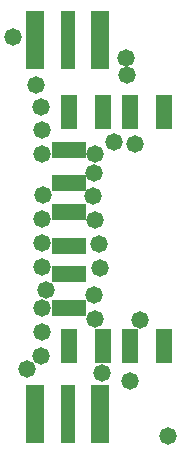
<source format=gbr>
%TF.GenerationSoftware,Altium Limited,Altium Designer,20.0.10 (225)*%
G04 Layer_Color=8388736*
%FSLAX26Y26*%
%MOIN*%
%TF.FileFunction,Soldermask,Top*%
%TF.Part,Single*%
G01*
G75*
%TA.AperFunction,SMDPad,CuDef*%
%ADD12R,0.062992X0.196850*%
%ADD13R,0.047244X0.196850*%
%TA.AperFunction,ViaPad*%
%ADD17C,0.058000*%
%TA.AperFunction,SMDPad,CuDef*%
%ADD20R,0.057213X0.114299*%
%ADD21R,0.114299X0.057213*%
D12*
X4101398Y4722047D02*
D03*
X3883287D02*
D03*
Y3474803D02*
D03*
X4101398D02*
D03*
D13*
X3992342Y4722047D02*
D03*
Y3474803D02*
D03*
D17*
X4185000Y4660000D02*
D03*
X3810000Y4730000D02*
D03*
X3885000Y4570000D02*
D03*
X3855000Y3625000D02*
D03*
X4105906Y3610084D02*
D03*
X4215000Y4375000D02*
D03*
X4190000Y4605000D02*
D03*
X4199453Y3586359D02*
D03*
X4233196Y3787249D02*
D03*
X3910153Y4204356D02*
D03*
X3906548Y4124910D02*
D03*
Y4045383D02*
D03*
X3906626Y3965855D02*
D03*
X3920619Y3887568D02*
D03*
X4100000Y3960000D02*
D03*
X4095000Y4040000D02*
D03*
X4082991Y4120496D02*
D03*
X4077327Y4199822D02*
D03*
X4081588Y4279235D02*
D03*
X3906548Y3827910D02*
D03*
X3907157Y3748385D02*
D03*
X3903968Y3668921D02*
D03*
X4083906Y3790509D02*
D03*
X4078797Y3869872D02*
D03*
X3903968Y4499222D02*
D03*
X3907157Y4419759D02*
D03*
X3906548Y4340234D02*
D03*
X4083452Y4340348D02*
D03*
X4325000Y3400000D02*
D03*
X4145000Y4380000D02*
D03*
D20*
X4199453Y3700000D02*
D03*
X4311657D02*
D03*
X3997327D02*
D03*
X4109531D02*
D03*
X4199453Y4480000D02*
D03*
X4311657D02*
D03*
X3997327D02*
D03*
X4109531D02*
D03*
D21*
X3995000Y3940000D02*
D03*
Y3827795D02*
D03*
Y4148602D02*
D03*
Y4036398D02*
D03*
Y4356102D02*
D03*
Y4243898D02*
D03*
%TF.MD5,7332ba591790713077183cb00e008ee2*%
M02*

</source>
